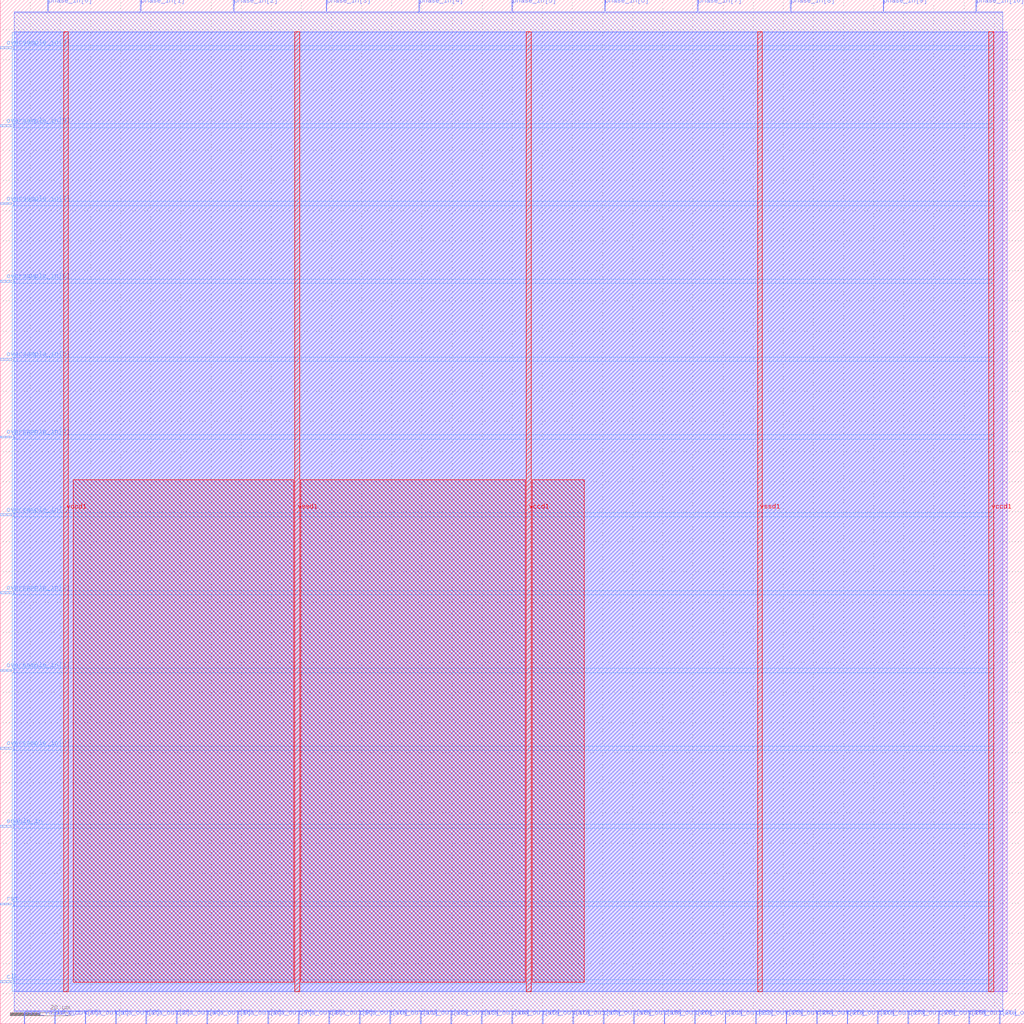
<source format=lef>
VERSION 5.7 ;
  NOWIREEXTENSIONATPIN ON ;
  DIVIDERCHAR "/" ;
  BUSBITCHARS "[]" ;
MACRO vco_adc
  CLASS BLOCK ;
  FOREIGN vco_adc ;
  ORIGIN 0.000 0.000 ;
  SIZE 340.000 BY 340.000 ;
  PIN clk
    DIRECTION INPUT ;
    USE SIGNAL ;
    ANTENNAGATEAREA 0.852000 ;
    PORT
      LAYER met3 ;
        RECT 0.000 13.640 4.000 14.240 ;
    END
  END clk
  PIN data_out[0]
    DIRECTION OUTPUT TRISTATE ;
    USE SIGNAL ;
    ANTENNADIFFAREA 0.340600 ;
    PORT
      LAYER met2 ;
        RECT 18.030 0.000 18.310 4.000 ;
    END
  END data_out[0]
  PIN data_out[10]
    DIRECTION OUTPUT TRISTATE ;
    USE SIGNAL ;
    ANTENNADIFFAREA 0.340600 ;
    PORT
      LAYER met2 ;
        RECT 119.230 0.000 119.510 4.000 ;
    END
  END data_out[10]
  PIN data_out[11]
    DIRECTION OUTPUT TRISTATE ;
    USE SIGNAL ;
    ANTENNADIFFAREA 0.340600 ;
    PORT
      LAYER met2 ;
        RECT 129.350 0.000 129.630 4.000 ;
    END
  END data_out[11]
  PIN data_out[12]
    DIRECTION OUTPUT TRISTATE ;
    USE SIGNAL ;
    ANTENNADIFFAREA 0.340600 ;
    PORT
      LAYER met2 ;
        RECT 139.470 0.000 139.750 4.000 ;
    END
  END data_out[12]
  PIN data_out[13]
    DIRECTION OUTPUT TRISTATE ;
    USE SIGNAL ;
    ANTENNADIFFAREA 0.340600 ;
    PORT
      LAYER met2 ;
        RECT 149.590 0.000 149.870 4.000 ;
    END
  END data_out[13]
  PIN data_out[14]
    DIRECTION OUTPUT TRISTATE ;
    USE SIGNAL ;
    ANTENNADIFFAREA 0.340600 ;
    PORT
      LAYER met2 ;
        RECT 159.710 0.000 159.990 4.000 ;
    END
  END data_out[14]
  PIN data_out[15]
    DIRECTION OUTPUT TRISTATE ;
    USE SIGNAL ;
    ANTENNADIFFAREA 0.340600 ;
    PORT
      LAYER met2 ;
        RECT 169.830 0.000 170.110 4.000 ;
    END
  END data_out[15]
  PIN data_out[16]
    DIRECTION OUTPUT TRISTATE ;
    USE SIGNAL ;
    ANTENNADIFFAREA 0.340600 ;
    PORT
      LAYER met2 ;
        RECT 179.950 0.000 180.230 4.000 ;
    END
  END data_out[16]
  PIN data_out[17]
    DIRECTION OUTPUT TRISTATE ;
    USE SIGNAL ;
    ANTENNADIFFAREA 0.340600 ;
    PORT
      LAYER met2 ;
        RECT 190.070 0.000 190.350 4.000 ;
    END
  END data_out[17]
  PIN data_out[18]
    DIRECTION OUTPUT TRISTATE ;
    USE SIGNAL ;
    ANTENNADIFFAREA 0.340600 ;
    PORT
      LAYER met2 ;
        RECT 200.190 0.000 200.470 4.000 ;
    END
  END data_out[18]
  PIN data_out[19]
    DIRECTION OUTPUT TRISTATE ;
    USE SIGNAL ;
    ANTENNADIFFAREA 0.340600 ;
    PORT
      LAYER met2 ;
        RECT 210.310 0.000 210.590 4.000 ;
    END
  END data_out[19]
  PIN data_out[1]
    DIRECTION OUTPUT TRISTATE ;
    USE SIGNAL ;
    ANTENNADIFFAREA 0.340600 ;
    PORT
      LAYER met2 ;
        RECT 28.150 0.000 28.430 4.000 ;
    END
  END data_out[1]
  PIN data_out[20]
    DIRECTION OUTPUT TRISTATE ;
    USE SIGNAL ;
    ANTENNADIFFAREA 0.340600 ;
    PORT
      LAYER met2 ;
        RECT 220.430 0.000 220.710 4.000 ;
    END
  END data_out[20]
  PIN data_out[21]
    DIRECTION OUTPUT TRISTATE ;
    USE SIGNAL ;
    ANTENNADIFFAREA 0.340600 ;
    PORT
      LAYER met2 ;
        RECT 230.550 0.000 230.830 4.000 ;
    END
  END data_out[21]
  PIN data_out[22]
    DIRECTION OUTPUT TRISTATE ;
    USE SIGNAL ;
    ANTENNADIFFAREA 0.340600 ;
    PORT
      LAYER met2 ;
        RECT 240.670 0.000 240.950 4.000 ;
    END
  END data_out[22]
  PIN data_out[23]
    DIRECTION OUTPUT TRISTATE ;
    USE SIGNAL ;
    ANTENNADIFFAREA 0.340600 ;
    PORT
      LAYER met2 ;
        RECT 250.790 0.000 251.070 4.000 ;
    END
  END data_out[23]
  PIN data_out[24]
    DIRECTION OUTPUT TRISTATE ;
    USE SIGNAL ;
    ANTENNADIFFAREA 0.340600 ;
    PORT
      LAYER met2 ;
        RECT 260.910 0.000 261.190 4.000 ;
    END
  END data_out[24]
  PIN data_out[25]
    DIRECTION OUTPUT TRISTATE ;
    USE SIGNAL ;
    ANTENNADIFFAREA 0.340600 ;
    PORT
      LAYER met2 ;
        RECT 271.030 0.000 271.310 4.000 ;
    END
  END data_out[25]
  PIN data_out[26]
    DIRECTION OUTPUT TRISTATE ;
    USE SIGNAL ;
    ANTENNADIFFAREA 0.340600 ;
    PORT
      LAYER met2 ;
        RECT 281.150 0.000 281.430 4.000 ;
    END
  END data_out[26]
  PIN data_out[27]
    DIRECTION OUTPUT TRISTATE ;
    USE SIGNAL ;
    ANTENNADIFFAREA 0.340600 ;
    PORT
      LAYER met2 ;
        RECT 291.270 0.000 291.550 4.000 ;
    END
  END data_out[27]
  PIN data_out[28]
    DIRECTION OUTPUT TRISTATE ;
    USE SIGNAL ;
    ANTENNADIFFAREA 0.340600 ;
    PORT
      LAYER met2 ;
        RECT 301.390 0.000 301.670 4.000 ;
    END
  END data_out[28]
  PIN data_out[29]
    DIRECTION OUTPUT TRISTATE ;
    USE SIGNAL ;
    ANTENNADIFFAREA 0.340600 ;
    PORT
      LAYER met2 ;
        RECT 311.510 0.000 311.790 4.000 ;
    END
  END data_out[29]
  PIN data_out[2]
    DIRECTION OUTPUT TRISTATE ;
    USE SIGNAL ;
    ANTENNADIFFAREA 0.340600 ;
    PORT
      LAYER met2 ;
        RECT 38.270 0.000 38.550 4.000 ;
    END
  END data_out[2]
  PIN data_out[30]
    DIRECTION OUTPUT TRISTATE ;
    USE SIGNAL ;
    ANTENNADIFFAREA 0.340600 ;
    PORT
      LAYER met2 ;
        RECT 321.630 0.000 321.910 4.000 ;
    END
  END data_out[30]
  PIN data_out[31]
    DIRECTION OUTPUT TRISTATE ;
    USE SIGNAL ;
    ANTENNADIFFAREA 0.340600 ;
    PORT
      LAYER met2 ;
        RECT 331.750 0.000 332.030 4.000 ;
    END
  END data_out[31]
  PIN data_out[3]
    DIRECTION OUTPUT TRISTATE ;
    USE SIGNAL ;
    ANTENNADIFFAREA 0.340600 ;
    PORT
      LAYER met2 ;
        RECT 48.390 0.000 48.670 4.000 ;
    END
  END data_out[3]
  PIN data_out[4]
    DIRECTION OUTPUT TRISTATE ;
    USE SIGNAL ;
    ANTENNADIFFAREA 0.340600 ;
    PORT
      LAYER met2 ;
        RECT 58.510 0.000 58.790 4.000 ;
    END
  END data_out[4]
  PIN data_out[5]
    DIRECTION OUTPUT TRISTATE ;
    USE SIGNAL ;
    ANTENNADIFFAREA 0.340600 ;
    PORT
      LAYER met2 ;
        RECT 68.630 0.000 68.910 4.000 ;
    END
  END data_out[5]
  PIN data_out[6]
    DIRECTION OUTPUT TRISTATE ;
    USE SIGNAL ;
    ANTENNADIFFAREA 0.340600 ;
    PORT
      LAYER met2 ;
        RECT 78.750 0.000 79.030 4.000 ;
    END
  END data_out[6]
  PIN data_out[7]
    DIRECTION OUTPUT TRISTATE ;
    USE SIGNAL ;
    ANTENNADIFFAREA 0.340600 ;
    PORT
      LAYER met2 ;
        RECT 88.870 0.000 89.150 4.000 ;
    END
  END data_out[7]
  PIN data_out[8]
    DIRECTION OUTPUT TRISTATE ;
    USE SIGNAL ;
    ANTENNADIFFAREA 0.340600 ;
    PORT
      LAYER met2 ;
        RECT 98.990 0.000 99.270 4.000 ;
    END
  END data_out[8]
  PIN data_out[9]
    DIRECTION OUTPUT TRISTATE ;
    USE SIGNAL ;
    ANTENNADIFFAREA 0.340600 ;
    PORT
      LAYER met2 ;
        RECT 109.110 0.000 109.390 4.000 ;
    END
  END data_out[9]
  PIN data_valid_out
    DIRECTION OUTPUT TRISTATE ;
    USE SIGNAL ;
    ANTENNADIFFAREA 0.340600 ;
    PORT
      LAYER met2 ;
        RECT 7.910 0.000 8.190 4.000 ;
    END
  END data_valid_out
  PIN enable_in
    DIRECTION INPUT ;
    USE SIGNAL ;
    ANTENNAGATEAREA 0.196500 ;
    PORT
      LAYER met3 ;
        RECT 0.000 65.320 4.000 65.920 ;
    END
  END enable_in
  PIN oversample_in[0]
    DIRECTION INPUT ;
    USE SIGNAL ;
    ANTENNAGATEAREA 0.196500 ;
    PORT
      LAYER met3 ;
        RECT 0.000 91.160 4.000 91.760 ;
    END
  END oversample_in[0]
  PIN oversample_in[1]
    DIRECTION INPUT ;
    USE SIGNAL ;
    ANTENNAGATEAREA 0.196500 ;
    PORT
      LAYER met3 ;
        RECT 0.000 117.000 4.000 117.600 ;
    END
  END oversample_in[1]
  PIN oversample_in[2]
    DIRECTION INPUT ;
    USE SIGNAL ;
    ANTENNAGATEAREA 0.196500 ;
    PORT
      LAYER met3 ;
        RECT 0.000 142.840 4.000 143.440 ;
    END
  END oversample_in[2]
  PIN oversample_in[3]
    DIRECTION INPUT ;
    USE SIGNAL ;
    ANTENNAGATEAREA 0.196500 ;
    PORT
      LAYER met3 ;
        RECT 0.000 168.680 4.000 169.280 ;
    END
  END oversample_in[3]
  PIN oversample_in[4]
    DIRECTION INPUT ;
    USE SIGNAL ;
    ANTENNAGATEAREA 0.196500 ;
    PORT
      LAYER met3 ;
        RECT 0.000 194.520 4.000 195.120 ;
    END
  END oversample_in[4]
  PIN oversample_in[5]
    DIRECTION INPUT ;
    USE SIGNAL ;
    ANTENNAGATEAREA 0.196500 ;
    PORT
      LAYER met3 ;
        RECT 0.000 220.360 4.000 220.960 ;
    END
  END oversample_in[5]
  PIN oversample_in[6]
    DIRECTION INPUT ;
    USE SIGNAL ;
    ANTENNAGATEAREA 0.196500 ;
    PORT
      LAYER met3 ;
        RECT 0.000 246.200 4.000 246.800 ;
    END
  END oversample_in[6]
  PIN oversample_in[7]
    DIRECTION INPUT ;
    USE SIGNAL ;
    ANTENNAGATEAREA 0.196500 ;
    PORT
      LAYER met3 ;
        RECT 0.000 272.040 4.000 272.640 ;
    END
  END oversample_in[7]
  PIN oversample_in[8]
    DIRECTION INPUT ;
    USE SIGNAL ;
    ANTENNAGATEAREA 0.196500 ;
    PORT
      LAYER met3 ;
        RECT 0.000 297.880 4.000 298.480 ;
    END
  END oversample_in[8]
  PIN oversample_in[9]
    DIRECTION INPUT ;
    USE SIGNAL ;
    ANTENNAGATEAREA 0.196500 ;
    PORT
      LAYER met3 ;
        RECT 0.000 323.720 4.000 324.320 ;
    END
  END oversample_in[9]
  PIN phase_in[0]
    DIRECTION INPUT ;
    USE SIGNAL ;
    ANTENNAGATEAREA 0.196500 ;
    PORT
      LAYER met2 ;
        RECT 15.730 336.000 16.010 340.000 ;
    END
  END phase_in[0]
  PIN phase_in[10]
    DIRECTION INPUT ;
    USE SIGNAL ;
    ANTENNAGATEAREA 0.126000 ;
    PORT
      LAYER met2 ;
        RECT 323.930 336.000 324.210 340.000 ;
    END
  END phase_in[10]
  PIN phase_in[1]
    DIRECTION INPUT ;
    USE SIGNAL ;
    ANTENNAGATEAREA 0.196500 ;
    PORT
      LAYER met2 ;
        RECT 46.550 336.000 46.830 340.000 ;
    END
  END phase_in[1]
  PIN phase_in[2]
    DIRECTION INPUT ;
    USE SIGNAL ;
    ANTENNAGATEAREA 0.196500 ;
    PORT
      LAYER met2 ;
        RECT 77.370 336.000 77.650 340.000 ;
    END
  END phase_in[2]
  PIN phase_in[3]
    DIRECTION INPUT ;
    USE SIGNAL ;
    ANTENNAGATEAREA 0.196500 ;
    PORT
      LAYER met2 ;
        RECT 108.190 336.000 108.470 340.000 ;
    END
  END phase_in[3]
  PIN phase_in[4]
    DIRECTION INPUT ;
    USE SIGNAL ;
    ANTENNAGATEAREA 0.196500 ;
    PORT
      LAYER met2 ;
        RECT 139.010 336.000 139.290 340.000 ;
    END
  END phase_in[4]
  PIN phase_in[5]
    DIRECTION INPUT ;
    USE SIGNAL ;
    ANTENNAGATEAREA 0.196500 ;
    PORT
      LAYER met2 ;
        RECT 169.830 336.000 170.110 340.000 ;
    END
  END phase_in[5]
  PIN phase_in[6]
    DIRECTION INPUT ;
    USE SIGNAL ;
    ANTENNAGATEAREA 0.196500 ;
    PORT
      LAYER met2 ;
        RECT 200.650 336.000 200.930 340.000 ;
    END
  END phase_in[6]
  PIN phase_in[7]
    DIRECTION INPUT ;
    USE SIGNAL ;
    ANTENNAGATEAREA 0.196500 ;
    PORT
      LAYER met2 ;
        RECT 231.470 336.000 231.750 340.000 ;
    END
  END phase_in[7]
  PIN phase_in[8]
    DIRECTION INPUT ;
    USE SIGNAL ;
    ANTENNAGATEAREA 0.196500 ;
    PORT
      LAYER met2 ;
        RECT 262.290 336.000 262.570 340.000 ;
    END
  END phase_in[8]
  PIN phase_in[9]
    DIRECTION INPUT ;
    USE SIGNAL ;
    ANTENNAGATEAREA 0.196500 ;
    PORT
      LAYER met2 ;
        RECT 293.110 336.000 293.390 340.000 ;
    END
  END phase_in[9]
  PIN rst
    DIRECTION INPUT ;
    USE SIGNAL ;
    ANTENNAGATEAREA 0.196500 ;
    PORT
      LAYER met3 ;
        RECT 0.000 39.480 4.000 40.080 ;
    END
  END rst
  PIN vccd1
    DIRECTION INOUT ;
    USE POWER ;
    PORT
      LAYER met4 ;
        RECT 21.040 10.640 22.640 329.360 ;
    END
    PORT
      LAYER met4 ;
        RECT 174.640 10.640 176.240 329.360 ;
    END
    PORT
      LAYER met4 ;
        RECT 328.240 10.640 329.840 329.360 ;
    END
  END vccd1
  PIN vssd1
    DIRECTION INOUT ;
    USE GROUND ;
    PORT
      LAYER met4 ;
        RECT 97.840 10.640 99.440 329.360 ;
    END
    PORT
      LAYER met4 ;
        RECT 251.440 10.640 253.040 329.360 ;
    END
  END vssd1
  OBS
      LAYER li1 ;
        RECT 5.520 10.795 334.420 329.205 ;
      LAYER met1 ;
        RECT 4.670 10.640 334.420 329.360 ;
      LAYER met2 ;
        RECT 4.690 335.720 15.450 336.000 ;
        RECT 16.290 335.720 46.270 336.000 ;
        RECT 47.110 335.720 77.090 336.000 ;
        RECT 77.930 335.720 107.910 336.000 ;
        RECT 108.750 335.720 138.730 336.000 ;
        RECT 139.570 335.720 169.550 336.000 ;
        RECT 170.390 335.720 200.370 336.000 ;
        RECT 201.210 335.720 231.190 336.000 ;
        RECT 232.030 335.720 262.010 336.000 ;
        RECT 262.850 335.720 292.830 336.000 ;
        RECT 293.670 335.720 323.650 336.000 ;
        RECT 324.490 335.720 332.940 336.000 ;
        RECT 4.690 4.280 332.940 335.720 ;
        RECT 4.690 4.000 7.630 4.280 ;
        RECT 8.470 4.000 17.750 4.280 ;
        RECT 18.590 4.000 27.870 4.280 ;
        RECT 28.710 4.000 37.990 4.280 ;
        RECT 38.830 4.000 48.110 4.280 ;
        RECT 48.950 4.000 58.230 4.280 ;
        RECT 59.070 4.000 68.350 4.280 ;
        RECT 69.190 4.000 78.470 4.280 ;
        RECT 79.310 4.000 88.590 4.280 ;
        RECT 89.430 4.000 98.710 4.280 ;
        RECT 99.550 4.000 108.830 4.280 ;
        RECT 109.670 4.000 118.950 4.280 ;
        RECT 119.790 4.000 129.070 4.280 ;
        RECT 129.910 4.000 139.190 4.280 ;
        RECT 140.030 4.000 149.310 4.280 ;
        RECT 150.150 4.000 159.430 4.280 ;
        RECT 160.270 4.000 169.550 4.280 ;
        RECT 170.390 4.000 179.670 4.280 ;
        RECT 180.510 4.000 189.790 4.280 ;
        RECT 190.630 4.000 199.910 4.280 ;
        RECT 200.750 4.000 210.030 4.280 ;
        RECT 210.870 4.000 220.150 4.280 ;
        RECT 220.990 4.000 230.270 4.280 ;
        RECT 231.110 4.000 240.390 4.280 ;
        RECT 241.230 4.000 250.510 4.280 ;
        RECT 251.350 4.000 260.630 4.280 ;
        RECT 261.470 4.000 270.750 4.280 ;
        RECT 271.590 4.000 280.870 4.280 ;
        RECT 281.710 4.000 290.990 4.280 ;
        RECT 291.830 4.000 301.110 4.280 ;
        RECT 301.950 4.000 311.230 4.280 ;
        RECT 312.070 4.000 321.350 4.280 ;
        RECT 322.190 4.000 331.470 4.280 ;
        RECT 332.310 4.000 332.940 4.280 ;
      LAYER met3 ;
        RECT 3.990 324.720 329.830 329.285 ;
        RECT 4.400 323.320 329.830 324.720 ;
        RECT 3.990 298.880 329.830 323.320 ;
        RECT 4.400 297.480 329.830 298.880 ;
        RECT 3.990 273.040 329.830 297.480 ;
        RECT 4.400 271.640 329.830 273.040 ;
        RECT 3.990 247.200 329.830 271.640 ;
        RECT 4.400 245.800 329.830 247.200 ;
        RECT 3.990 221.360 329.830 245.800 ;
        RECT 4.400 219.960 329.830 221.360 ;
        RECT 3.990 195.520 329.830 219.960 ;
        RECT 4.400 194.120 329.830 195.520 ;
        RECT 3.990 169.680 329.830 194.120 ;
        RECT 4.400 168.280 329.830 169.680 ;
        RECT 3.990 143.840 329.830 168.280 ;
        RECT 4.400 142.440 329.830 143.840 ;
        RECT 3.990 118.000 329.830 142.440 ;
        RECT 4.400 116.600 329.830 118.000 ;
        RECT 3.990 92.160 329.830 116.600 ;
        RECT 4.400 90.760 329.830 92.160 ;
        RECT 3.990 66.320 329.830 90.760 ;
        RECT 4.400 64.920 329.830 66.320 ;
        RECT 3.990 40.480 329.830 64.920 ;
        RECT 4.400 39.080 329.830 40.480 ;
        RECT 3.990 14.640 329.830 39.080 ;
        RECT 4.400 13.240 329.830 14.640 ;
        RECT 3.990 10.715 329.830 13.240 ;
      LAYER met4 ;
        RECT 24.215 13.775 97.440 180.705 ;
        RECT 99.840 13.775 174.240 180.705 ;
        RECT 176.640 13.775 193.825 180.705 ;
  END
END vco_adc
END LIBRARY


</source>
